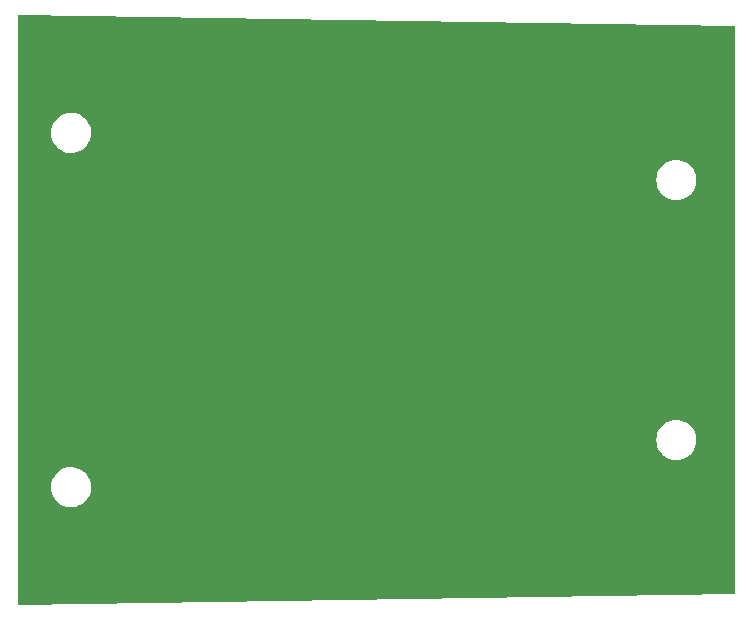
<source format=gbr>
%TF.GenerationSoftware,KiCad,Pcbnew,8.0.0-rc3*%
%TF.CreationDate,2024-02-21T00:17:18-08:00*%
%TF.ProjectId,hb100_horn_vertical_wall,68623130-305f-4686-9f72-6e5f76657274,rev?*%
%TF.SameCoordinates,Original*%
%TF.FileFunction,Soldermask,Top*%
%TF.FilePolarity,Negative*%
%FSLAX46Y46*%
G04 Gerber Fmt 4.6, Leading zero omitted, Abs format (unit mm)*
G04 Created by KiCad (PCBNEW 8.0.0-rc3) date 2024-02-21 00:17:18*
%MOMM*%
%LPD*%
G01*
G04 APERTURE LIST*
G04 APERTURE END LIST*
G36*
X97377925Y-33385997D02*
G01*
X97444650Y-33406721D01*
X97489579Y-33460229D01*
X97499998Y-33509982D01*
X97499999Y-81377911D01*
X97480314Y-81444950D01*
X97427510Y-81490705D01*
X97377926Y-81501896D01*
X36878498Y-82441991D01*
X36811160Y-82423350D01*
X36764591Y-82371264D01*
X36752571Y-82318006D01*
X36752571Y-72443947D01*
X39550071Y-72443947D01*
X39570023Y-72703831D01*
X39570023Y-72703836D01*
X39629412Y-72957624D01*
X39629413Y-72957629D01*
X39726849Y-73199382D01*
X39726853Y-73199388D01*
X39860045Y-73423426D01*
X40025881Y-73624515D01*
X40220471Y-73797933D01*
X40220479Y-73797940D01*
X40439248Y-73939613D01*
X40439256Y-73939617D01*
X40677095Y-74046238D01*
X40677097Y-74046239D01*
X40928425Y-74115305D01*
X40928429Y-74115306D01*
X41187362Y-74145198D01*
X41447821Y-74135216D01*
X41703706Y-74085589D01*
X41949007Y-73997488D01*
X42178000Y-73872965D01*
X42385285Y-73714958D01*
X42566031Y-73527151D01*
X42566035Y-73527147D01*
X42715991Y-73313956D01*
X42831645Y-73080372D01*
X42831646Y-73080369D01*
X42910288Y-72831871D01*
X42950078Y-72574271D01*
X42950078Y-72574264D01*
X42952572Y-72443947D01*
X42950078Y-72313629D01*
X42950078Y-72313622D01*
X42910288Y-72056022D01*
X42831646Y-71807524D01*
X42831645Y-71807521D01*
X42715991Y-71573937D01*
X42566035Y-71360746D01*
X42566031Y-71360742D01*
X42385285Y-71172935D01*
X42178000Y-71014928D01*
X41949007Y-70890405D01*
X41703706Y-70802304D01*
X41447821Y-70752677D01*
X41187362Y-70742695D01*
X40928429Y-70772587D01*
X40928425Y-70772588D01*
X40677097Y-70841654D01*
X40677095Y-70841655D01*
X40439256Y-70948276D01*
X40439248Y-70948280D01*
X40220479Y-71089953D01*
X40220471Y-71089960D01*
X40025881Y-71263378D01*
X39860045Y-71464467D01*
X39726853Y-71688505D01*
X39726849Y-71688511D01*
X39629413Y-71930264D01*
X39629412Y-71930269D01*
X39570023Y-72184057D01*
X39570023Y-72184062D01*
X39550071Y-72443944D01*
X39550071Y-72443947D01*
X36752571Y-72443947D01*
X36752571Y-68443949D01*
X90797500Y-68443949D01*
X90817452Y-68703832D01*
X90817452Y-68703837D01*
X90876841Y-68957625D01*
X90876842Y-68957630D01*
X90974278Y-69199383D01*
X90974282Y-69199389D01*
X91107474Y-69423427D01*
X91273310Y-69624515D01*
X91467900Y-69797934D01*
X91467909Y-69797941D01*
X91686675Y-69939613D01*
X91924528Y-70046240D01*
X92175852Y-70115305D01*
X92175856Y-70115306D01*
X92434789Y-70145198D01*
X92695245Y-70135216D01*
X92951133Y-70085589D01*
X93196435Y-69997487D01*
X93196442Y-69997484D01*
X93425418Y-69872970D01*
X93425423Y-69872967D01*
X93632711Y-69714958D01*
X93813457Y-69527151D01*
X93813461Y-69527147D01*
X93963416Y-69313957D01*
X94079070Y-69080373D01*
X94079071Y-69080370D01*
X94157713Y-68831872D01*
X94197503Y-68574273D01*
X94197503Y-68574266D01*
X94199997Y-68443949D01*
X94197503Y-68313631D01*
X94197503Y-68313624D01*
X94157713Y-68056025D01*
X94079071Y-67807527D01*
X94079070Y-67807524D01*
X93963416Y-67573940D01*
X93813461Y-67360750D01*
X93813457Y-67360746D01*
X93632711Y-67172939D01*
X93425423Y-67014930D01*
X93425418Y-67014927D01*
X93196442Y-66890413D01*
X93196435Y-66890410D01*
X92951133Y-66802308D01*
X92695243Y-66752681D01*
X92695248Y-66752681D01*
X92434789Y-66742699D01*
X92175856Y-66772591D01*
X92175852Y-66772592D01*
X91924528Y-66841657D01*
X91686675Y-66948284D01*
X91467909Y-67089956D01*
X91467900Y-67089963D01*
X91273310Y-67263382D01*
X91107474Y-67464470D01*
X90974282Y-67688508D01*
X90974278Y-67688514D01*
X90876842Y-67930267D01*
X90876841Y-67930272D01*
X90817452Y-68184060D01*
X90817452Y-68184065D01*
X90797500Y-68443946D01*
X90797500Y-68443949D01*
X36752571Y-68443949D01*
X36752571Y-46443947D01*
X90797498Y-46443947D01*
X90817450Y-46703831D01*
X90817450Y-46703836D01*
X90876839Y-46957624D01*
X90876840Y-46957629D01*
X90974276Y-47199382D01*
X90974280Y-47199388D01*
X91107472Y-47423426D01*
X91273309Y-47624516D01*
X91467899Y-47797934D01*
X91467907Y-47797941D01*
X91686676Y-47939614D01*
X91686680Y-47939615D01*
X91924525Y-48046240D01*
X92175853Y-48115306D01*
X92175857Y-48115307D01*
X92434790Y-48145199D01*
X92695247Y-48135217D01*
X92951135Y-48085590D01*
X93196435Y-47997489D01*
X93425428Y-47872966D01*
X93632717Y-47714957D01*
X93632719Y-47714955D01*
X93813455Y-47527158D01*
X93813464Y-47527147D01*
X93963419Y-47313957D01*
X94079074Y-47080372D01*
X94079075Y-47080369D01*
X94157717Y-46831871D01*
X94197507Y-46574271D01*
X94197507Y-46574264D01*
X94200001Y-46443947D01*
X94197507Y-46313629D01*
X94197507Y-46313622D01*
X94157717Y-46056022D01*
X94079075Y-45807524D01*
X94079074Y-45807521D01*
X93963419Y-45573936D01*
X93813464Y-45360746D01*
X93813455Y-45360735D01*
X93632719Y-45172938D01*
X93632717Y-45172936D01*
X93425428Y-45014927D01*
X93196435Y-44890404D01*
X92951135Y-44802303D01*
X92695245Y-44752676D01*
X92695250Y-44752676D01*
X92434790Y-44742694D01*
X92175857Y-44772586D01*
X92175853Y-44772587D01*
X91924525Y-44841653D01*
X91686680Y-44948278D01*
X91686676Y-44948279D01*
X91467907Y-45089952D01*
X91467899Y-45089959D01*
X91273309Y-45263377D01*
X91107472Y-45464467D01*
X90974280Y-45688505D01*
X90974276Y-45688511D01*
X90876840Y-45930264D01*
X90876839Y-45930269D01*
X90817450Y-46184057D01*
X90817450Y-46184062D01*
X90797498Y-46443944D01*
X90797498Y-46443947D01*
X36752571Y-46443947D01*
X36752571Y-42443947D01*
X39550070Y-42443947D01*
X39570022Y-42703831D01*
X39570022Y-42703836D01*
X39629411Y-42957624D01*
X39629412Y-42957629D01*
X39726848Y-43199382D01*
X39726852Y-43199388D01*
X39860044Y-43423426D01*
X40025881Y-43624516D01*
X40220471Y-43797934D01*
X40220479Y-43797941D01*
X40439248Y-43939614D01*
X40439252Y-43939615D01*
X40677097Y-44046240D01*
X40928425Y-44115306D01*
X40928429Y-44115307D01*
X41187362Y-44145199D01*
X41447819Y-44135217D01*
X41703707Y-44085590D01*
X41949007Y-43997489D01*
X42178000Y-43872966D01*
X42385289Y-43714957D01*
X42385291Y-43714955D01*
X42566027Y-43527158D01*
X42566036Y-43527147D01*
X42715991Y-43313957D01*
X42831646Y-43080372D01*
X42831647Y-43080369D01*
X42910289Y-42831871D01*
X42950079Y-42574271D01*
X42950079Y-42574264D01*
X42952573Y-42443947D01*
X42950079Y-42313629D01*
X42950079Y-42313622D01*
X42910289Y-42056022D01*
X42831647Y-41807524D01*
X42831646Y-41807521D01*
X42715991Y-41573936D01*
X42566036Y-41360746D01*
X42566027Y-41360735D01*
X42385291Y-41172938D01*
X42385289Y-41172936D01*
X42178000Y-41014927D01*
X41949007Y-40890404D01*
X41703707Y-40802303D01*
X41447817Y-40752676D01*
X41447822Y-40752676D01*
X41187362Y-40742694D01*
X40928429Y-40772586D01*
X40928425Y-40772587D01*
X40677097Y-40841653D01*
X40439252Y-40948278D01*
X40439248Y-40948279D01*
X40220479Y-41089952D01*
X40220471Y-41089959D01*
X40025881Y-41263377D01*
X39860044Y-41464467D01*
X39726852Y-41688505D01*
X39726848Y-41688511D01*
X39629412Y-41930264D01*
X39629411Y-41930269D01*
X39570022Y-42184057D01*
X39570022Y-42184062D01*
X39550070Y-42443944D01*
X39550070Y-42443947D01*
X36752571Y-42443947D01*
X36752571Y-32569889D01*
X36772256Y-32502850D01*
X36825060Y-32457095D01*
X36878498Y-32445904D01*
X97377925Y-33385997D01*
G37*
M02*

</source>
